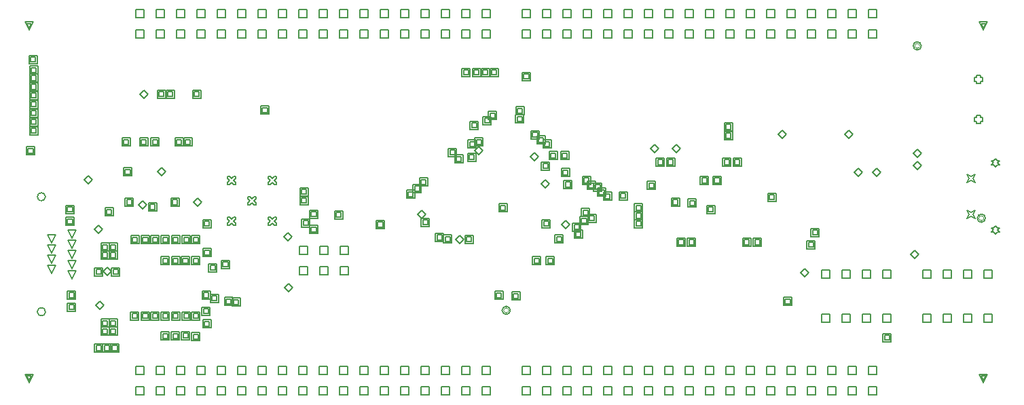
<source format=gbr>
%TF.GenerationSoftware,Altium Limited,Altium Designer,22.1.2 (22)*%
G04 Layer_Color=2752767*
%FSLAX45Y45*%
%MOMM*%
%TF.SameCoordinates,3CA235EB-07BA-4011-868A-CA015CDCDCF0*%
%TF.FilePolarity,Positive*%
%TF.FileFunction,Drawing*%
%TF.Part,Single*%
G01*
G75*
%TA.AperFunction,NonConductor*%
%ADD181C,0.12700*%
%ADD182C,0.16933*%
%ADD183C,0.10160*%
D181*
X6957200Y95200D02*
Y196800D01*
X7058800D01*
Y95200D01*
X6957200D01*
X7211200D02*
Y196800D01*
X7312800D01*
Y95200D01*
X7211200D01*
X7211200Y349200D02*
Y450800D01*
X7312800D01*
Y349200D01*
X7211200D01*
X7465200Y95200D02*
Y196800D01*
X7566800D01*
Y95200D01*
X7465200D01*
X7465200Y349200D02*
Y450800D01*
X7566800D01*
Y349200D01*
X7465200D01*
X12207200Y999200D02*
Y1100800D01*
X12308800D01*
Y999200D01*
X12207200D01*
X11953200D02*
Y1100800D01*
X12054800D01*
Y999200D01*
X11953200D01*
X11699200D02*
Y1100800D01*
X11800800D01*
Y999200D01*
X11699200D01*
X11445200D02*
Y1100800D01*
X11546800D01*
Y999200D01*
X11445200D01*
X835500Y1545200D02*
X784700Y1646800D01*
X886300D01*
X835500Y1545200D01*
X835500Y1672200D02*
X784700Y1773800D01*
X886300D01*
X835500Y1672200D01*
Y1799200D02*
X784700Y1900800D01*
X886300D01*
X835500Y1799200D01*
Y1926200D02*
X784700Y2027800D01*
X886300D01*
X835500Y1926200D01*
Y2053200D02*
X784700Y2154800D01*
X886300D01*
X835500Y2053200D01*
X581500Y1608700D02*
X530700Y1710300D01*
X632300D01*
X581500Y1608700D01*
X581500Y1735700D02*
X530700Y1837300D01*
X632300D01*
X581500Y1735700D01*
Y1862700D02*
X530700Y1964300D01*
X632300D01*
X581500Y1862700D01*
X581500Y1989700D02*
X530700Y2091300D01*
X632300D01*
X581500Y1989700D01*
X12350000Y2104200D02*
X12375400Y2129600D01*
X12400800D01*
X12375400Y2155000D01*
X12400800Y2180400D01*
X12375400D01*
X12350000Y2205800D01*
X12324600Y2180400D01*
X12299200D01*
X12324600Y2155000D01*
X12299200Y2129600D01*
X12324600D01*
X12350000Y2104200D01*
Y2939200D02*
X12375400Y2964600D01*
X12400800D01*
X12375400Y2990000D01*
X12400800Y3015400D01*
X12375400D01*
X12350000Y3040800D01*
X12324600Y3015400D01*
X12299200D01*
X12324600Y2990000D01*
X12299200Y2964600D01*
X12324600D01*
X12350000Y2939200D01*
X11999200Y2744200D02*
X12024600Y2795000D01*
X11999200Y2845800D01*
X12050000Y2820400D01*
X12100800Y2845800D01*
X12075400Y2795000D01*
X12100800Y2744200D01*
X12050000Y2769600D01*
X11999200Y2744200D01*
X11999200Y2299200D02*
X12024600Y2350000D01*
X11999200Y2400800D01*
X12050000Y2375400D01*
X12100800Y2400800D01*
X12075400Y2350000D01*
X12100800Y2299200D01*
X12050000Y2324600D01*
X11999200Y2299200D01*
X12207200Y1549200D02*
Y1650800D01*
X12308800D01*
Y1549200D01*
X12207200D01*
X11953200D02*
Y1650800D01*
X12054800D01*
Y1549200D01*
X11953200D01*
X11699200D02*
Y1650800D01*
X11800800D01*
Y1549200D01*
X11699200D01*
X11445200D02*
Y1650800D01*
X11546800D01*
Y1549200D01*
X11445200D01*
X12114600Y4004600D02*
Y3979200D01*
X12165400D01*
Y4004600D01*
X12190800D01*
Y4055400D01*
X12165400D01*
Y4080800D01*
X12114600D01*
Y4055400D01*
X12089200D01*
Y4004600D01*
X12114600D01*
Y3504600D02*
Y3479200D01*
X12165400D01*
Y3504600D01*
X12190800D01*
Y3555400D01*
X12165400D01*
Y3580800D01*
X12114600D01*
Y3555400D01*
X12089200D01*
Y3504600D01*
X12114600D01*
X3029200Y2469200D02*
X3054600D01*
X3080000Y2494600D01*
X3105400Y2469200D01*
X3130800D01*
Y2494600D01*
X3105400Y2520000D01*
X3130800Y2545400D01*
Y2570800D01*
X3105400D01*
X3080000Y2545400D01*
X3054600Y2570800D01*
X3029200D01*
Y2545400D01*
X3054600Y2520000D01*
X3029200Y2494600D01*
Y2469200D01*
X3283192Y2215192D02*
X3308592D01*
X3333992Y2240592D01*
X3359392Y2215192D01*
X3384792D01*
Y2240592D01*
X3359392Y2265992D01*
X3384792Y2291392D01*
Y2316792D01*
X3359392D01*
X3333992Y2291392D01*
X3308592Y2316792D01*
X3283192D01*
Y2291392D01*
X3308592Y2265992D01*
X3283192Y2240592D01*
Y2215192D01*
Y2723192D02*
X3308592D01*
X3333992Y2748592D01*
X3359392Y2723192D01*
X3384792D01*
Y2748592D01*
X3359392Y2773992D01*
X3384792Y2799392D01*
Y2824792D01*
X3359392D01*
X3333992Y2799392D01*
X3308592Y2824792D01*
X3283192D01*
Y2799392D01*
X3308592Y2773992D01*
X3283192Y2748592D01*
Y2723192D01*
X2775192D02*
X2800592D01*
X2825992Y2748592D01*
X2851392Y2723192D01*
X2876792D01*
Y2748592D01*
X2851392Y2773992D01*
X2876792Y2799392D01*
Y2824792D01*
X2851392D01*
X2825992Y2799392D01*
X2800592Y2824792D01*
X2775192D01*
Y2799392D01*
X2800592Y2773992D01*
X2775192Y2748592D01*
Y2723192D01*
Y2215192D02*
X2800592D01*
X2825992Y2240592D01*
X2851392Y2215192D01*
X2876792D01*
Y2240592D01*
X2851392Y2265992D01*
X2876792Y2291392D01*
Y2316792D01*
X2851392D01*
X2825992Y2291392D01*
X2800592Y2316792D01*
X2775192D01*
Y2291392D01*
X2800592Y2265992D01*
X2775192Y2240592D01*
Y2215192D01*
X5441200Y95200D02*
Y196800D01*
X5542800D01*
Y95200D01*
X5441200D01*
X6449200D02*
Y196800D01*
X6550800D01*
Y95200D01*
X6449200D01*
Y349200D02*
Y450800D01*
X6550800D01*
Y349200D01*
X6449200D01*
X6703200Y95200D02*
Y196800D01*
X6804800D01*
Y95200D01*
X6703200D01*
Y349200D02*
Y450800D01*
X6804800D01*
Y349200D01*
X6703200D01*
X6957200D02*
Y450800D01*
X7058800D01*
Y349200D01*
X6957200D01*
X7719200Y95200D02*
Y196800D01*
X7820800D01*
Y95200D01*
X7719200D01*
Y349200D02*
Y450800D01*
X7820800D01*
Y349200D01*
X7719200D01*
X7973200Y95200D02*
Y196800D01*
X8074800D01*
Y95200D01*
X7973200D01*
X7973200Y349200D02*
Y450800D01*
X8074800D01*
Y349200D01*
X7973200D01*
X8227200Y95200D02*
Y196800D01*
X8328800D01*
Y95200D01*
X8227200D01*
Y349200D02*
Y450800D01*
X8328800D01*
Y349200D01*
X8227200D01*
X8481200Y95200D02*
Y196800D01*
X8582800D01*
Y95200D01*
X8481200D01*
Y349200D02*
Y450800D01*
X8582800D01*
Y349200D01*
X8481200D01*
X8735200Y95200D02*
Y196800D01*
X8836800D01*
Y95200D01*
X8735200D01*
Y349200D02*
Y450800D01*
X8836800D01*
Y349200D01*
X8735200D01*
X8989200Y95200D02*
Y196800D01*
X9090800D01*
Y95200D01*
X8989200D01*
Y349200D02*
Y450800D01*
X9090800D01*
Y349200D01*
X8989200D01*
X9243200Y95200D02*
Y196800D01*
X9344800D01*
Y95200D01*
X9243200D01*
X9243200Y349200D02*
Y450800D01*
X9344800D01*
Y349200D01*
X9243200D01*
X9497200Y95200D02*
Y196800D01*
X9598800D01*
Y95200D01*
X9497200D01*
X9497200Y349200D02*
Y450800D01*
X9598800D01*
Y349200D01*
X9497200D01*
X9751200Y95200D02*
Y196800D01*
X9852800D01*
Y95200D01*
X9751200D01*
Y349200D02*
Y450800D01*
X9852800D01*
Y349200D01*
X9751200D01*
X10005200Y95200D02*
Y196800D01*
X10106800D01*
Y95200D01*
X10005200D01*
Y349200D02*
Y450800D01*
X10106800D01*
Y349200D01*
X10005200D01*
X10259200Y95200D02*
Y196800D01*
X10360800D01*
Y95200D01*
X10259200D01*
X10259200Y349200D02*
Y450800D01*
X10360800D01*
Y349200D01*
X10259200D01*
X10513200Y95200D02*
Y196800D01*
X10614800D01*
Y95200D01*
X10513200D01*
Y349200D02*
Y450800D01*
X10614800D01*
Y349200D01*
X10513200D01*
X10767200Y95200D02*
Y196800D01*
X10868800D01*
Y95200D01*
X10767200D01*
Y349200D02*
Y450800D01*
X10868800D01*
Y349200D01*
X10767200D01*
X1631200Y95200D02*
Y196800D01*
X1732800D01*
Y95200D01*
X1631200D01*
Y349200D02*
Y450800D01*
X1732800D01*
Y349200D01*
X1631200D01*
X1885200Y95200D02*
Y196800D01*
X1986800D01*
Y95200D01*
X1885200D01*
Y349200D02*
Y450800D01*
X1986800D01*
Y349200D01*
X1885200D01*
X2139201Y95200D02*
Y196800D01*
X2240801D01*
Y95200D01*
X2139201D01*
X2139200Y349200D02*
Y450800D01*
X2240800D01*
Y349200D01*
X2139200D01*
X2393200Y95200D02*
Y196800D01*
X2494800D01*
Y95200D01*
X2393200D01*
X2393200Y349200D02*
Y450800D01*
X2494800D01*
Y349200D01*
X2393200D01*
X2647200Y95200D02*
Y196800D01*
X2748800D01*
Y95200D01*
X2647200D01*
X2647200Y349200D02*
Y450800D01*
X2748800D01*
Y349200D01*
X2647200D01*
X2901200Y95200D02*
Y196800D01*
X3002800D01*
Y95200D01*
X2901200D01*
Y349200D02*
Y450800D01*
X3002800D01*
Y349200D01*
X2901200D01*
X3155200Y95200D02*
Y196800D01*
X3256800D01*
Y95200D01*
X3155200D01*
X3155200Y349200D02*
Y450800D01*
X3256800D01*
Y349200D01*
X3155200D01*
X3409200Y95200D02*
Y196800D01*
X3510800D01*
Y95200D01*
X3409200D01*
X3409200Y349200D02*
Y450800D01*
X3510800D01*
Y349200D01*
X3409200D01*
X3663200Y95200D02*
Y196800D01*
X3764800D01*
Y95200D01*
X3663200D01*
Y349200D02*
Y450800D01*
X3764800D01*
Y349200D01*
X3663200D01*
X3917200Y95200D02*
Y196800D01*
X4018800D01*
Y95200D01*
X3917200D01*
Y349200D02*
Y450800D01*
X4018800D01*
Y349200D01*
X3917200D01*
X4171200Y95200D02*
Y196800D01*
X4272800D01*
Y95200D01*
X4171200D01*
Y349200D02*
Y450800D01*
X4272800D01*
Y349200D01*
X4171200D01*
X4425201Y95200D02*
Y196800D01*
X4526801D01*
Y95200D01*
X4425201D01*
X4425200Y349200D02*
Y450800D01*
X4526800D01*
Y349200D01*
X4425200D01*
X4679200Y95200D02*
Y196800D01*
X4780800D01*
Y95200D01*
X4679200D01*
X4679200Y349200D02*
Y450800D01*
X4780800D01*
Y349200D01*
X4679200D01*
X4933200Y95200D02*
Y196800D01*
X5034800D01*
Y95200D01*
X4933200D01*
Y349200D02*
Y450800D01*
X5034800D01*
Y349200D01*
X4933200D01*
X5187200Y95200D02*
Y196800D01*
X5288800D01*
Y95200D01*
X5187200D01*
Y349200D02*
Y450800D01*
X5288800D01*
Y349200D01*
X5187200D01*
X5441200D02*
Y450800D01*
X5542800D01*
Y349200D01*
X5441200D01*
X5695200Y95200D02*
Y196800D01*
X5796800D01*
Y95200D01*
X5695200D01*
X5695200Y349200D02*
Y450800D01*
X5796800D01*
Y349200D01*
X5695200D01*
X5949200Y95200D02*
Y196800D01*
X6050800D01*
Y95200D01*
X5949200D01*
X5949200Y349200D02*
Y450800D01*
X6050800D01*
Y349200D01*
X5949200D01*
X4178200Y1849200D02*
Y1950800D01*
X4279800D01*
Y1849200D01*
X4178200D01*
Y1595200D02*
Y1696800D01*
X4279800D01*
Y1595200D01*
X4178200D01*
X3924200Y1849200D02*
Y1950800D01*
X4025800D01*
Y1849200D01*
X3924200D01*
Y1595200D02*
Y1696800D01*
X4025800D01*
Y1595200D01*
X3924200D01*
X3670200Y1849200D02*
Y1950800D01*
X3771800D01*
Y1849200D01*
X3670200D01*
Y1595200D02*
Y1696800D01*
X3771800D01*
Y1595200D01*
X3670200D01*
X10949200Y1549200D02*
Y1650800D01*
X11050800D01*
Y1549200D01*
X10949200D01*
X10695200D02*
Y1650800D01*
X10796800D01*
Y1549200D01*
X10695200D01*
X10441200D02*
Y1650800D01*
X10542800D01*
Y1549200D01*
X10441200D01*
X10187200D02*
Y1650800D01*
X10288800D01*
Y1549200D01*
X10187200D01*
X10949200Y999200D02*
Y1100800D01*
X11050800D01*
Y999200D01*
X10949200D01*
X10695200D02*
Y1100800D01*
X10796800D01*
Y999200D01*
X10695200D01*
X10441200D02*
Y1100800D01*
X10542800D01*
Y999200D01*
X10441200D01*
X10187200D02*
Y1100800D01*
X10288800D01*
Y999200D01*
X10187200D01*
X6449200Y4545200D02*
Y4646800D01*
X6550800D01*
Y4545200D01*
X6449200D01*
X6449200Y4799200D02*
Y4900800D01*
X6550800D01*
Y4799200D01*
X6449200D01*
X6703200Y4545200D02*
Y4646800D01*
X6804800D01*
Y4545200D01*
X6703200D01*
Y4799200D02*
Y4900800D01*
X6804800D01*
Y4799200D01*
X6703200D01*
X6957200Y4545200D02*
Y4646800D01*
X7058800D01*
Y4545200D01*
X6957200D01*
X6957200Y4799200D02*
Y4900800D01*
X7058800D01*
Y4799200D01*
X6957200D01*
X7211200Y4545200D02*
Y4646800D01*
X7312800D01*
Y4545200D01*
X7211200D01*
Y4799200D02*
Y4900800D01*
X7312800D01*
Y4799200D01*
X7211200D01*
X7465200Y4545200D02*
Y4646800D01*
X7566800D01*
Y4545200D01*
X7465200D01*
Y4799200D02*
Y4900800D01*
X7566800D01*
Y4799200D01*
X7465200D01*
X7719200Y4545200D02*
Y4646800D01*
X7820800D01*
Y4545200D01*
X7719200D01*
X7719200Y4799200D02*
Y4900800D01*
X7820800D01*
Y4799200D01*
X7719200D01*
X7973200Y4545200D02*
Y4646800D01*
X8074800D01*
Y4545200D01*
X7973200D01*
X7973200Y4799200D02*
Y4900800D01*
X8074800D01*
Y4799200D01*
X7973200D01*
X8227200Y4545200D02*
Y4646800D01*
X8328800D01*
Y4545200D01*
X8227200D01*
Y4799200D02*
Y4900800D01*
X8328800D01*
Y4799200D01*
X8227200D01*
X8481200Y4545200D02*
Y4646800D01*
X8582800D01*
Y4545200D01*
X8481200D01*
Y4799200D02*
Y4900800D01*
X8582800D01*
Y4799200D01*
X8481200D01*
X8735200Y4545200D02*
Y4646800D01*
X8836800D01*
Y4545200D01*
X8735200D01*
X8735200Y4799200D02*
Y4900800D01*
X8836800D01*
Y4799200D01*
X8735200D01*
X8989200Y4545200D02*
Y4646800D01*
X9090800D01*
Y4545200D01*
X8989200D01*
Y4799200D02*
Y4900800D01*
X9090800D01*
Y4799200D01*
X8989200D01*
X9243200Y4545200D02*
Y4646800D01*
X9344800D01*
Y4545200D01*
X9243200D01*
X9243200Y4799200D02*
Y4900800D01*
X9344800D01*
Y4799200D01*
X9243200D01*
X9497200Y4545200D02*
Y4646800D01*
X9598800D01*
Y4545200D01*
X9497200D01*
Y4799200D02*
Y4900800D01*
X9598800D01*
Y4799200D01*
X9497200D01*
X9751200Y4545200D02*
Y4646800D01*
X9852800D01*
Y4545200D01*
X9751200D01*
X9751200Y4799200D02*
Y4900800D01*
X9852800D01*
Y4799200D01*
X9751200D01*
X10005200Y4545200D02*
Y4646800D01*
X10106800D01*
Y4545200D01*
X10005200D01*
X10005200Y4799200D02*
Y4900800D01*
X10106800D01*
Y4799200D01*
X10005200D01*
X10259200Y4545200D02*
Y4646800D01*
X10360800D01*
Y4545200D01*
X10259200D01*
Y4799200D02*
Y4900800D01*
X10360800D01*
Y4799200D01*
X10259200D01*
X10513200Y4545200D02*
Y4646800D01*
X10614800D01*
Y4545200D01*
X10513200D01*
Y4799200D02*
Y4900800D01*
X10614800D01*
Y4799200D01*
X10513200D01*
X10767200Y4545200D02*
Y4646800D01*
X10868800D01*
Y4545200D01*
X10767200D01*
Y4799200D02*
Y4900800D01*
X10868800D01*
Y4799200D01*
X10767200D01*
X1631200Y4545200D02*
Y4646800D01*
X1732800D01*
Y4545200D01*
X1631200D01*
Y4799200D02*
Y4900800D01*
X1732800D01*
Y4799200D01*
X1631200D01*
X1885200Y4545200D02*
Y4646800D01*
X1986800D01*
Y4545200D01*
X1885200D01*
X1885200Y4799200D02*
Y4900800D01*
X1986800D01*
Y4799200D01*
X1885200D01*
X2139200Y4545200D02*
Y4646800D01*
X2240800D01*
Y4545200D01*
X2139200D01*
Y4799200D02*
Y4900800D01*
X2240800D01*
Y4799200D01*
X2139200D01*
X2393200Y4545200D02*
Y4646800D01*
X2494800D01*
Y4545200D01*
X2393200D01*
Y4799200D02*
Y4900800D01*
X2494800D01*
Y4799200D01*
X2393200D01*
X2647200Y4545200D02*
Y4646800D01*
X2748800D01*
Y4545200D01*
X2647200D01*
Y4799200D02*
Y4900800D01*
X2748800D01*
Y4799200D01*
X2647200D01*
X2901200Y4545200D02*
Y4646800D01*
X3002800D01*
Y4545200D01*
X2901200D01*
X2901200Y4799200D02*
Y4900800D01*
X3002800D01*
Y4799200D01*
X2901200D01*
X3155200Y4545200D02*
Y4646800D01*
X3256800D01*
Y4545200D01*
X3155200D01*
X3155200Y4799200D02*
Y4900800D01*
X3256800D01*
Y4799200D01*
X3155200D01*
X3409200Y4545200D02*
Y4646800D01*
X3510800D01*
Y4545200D01*
X3409200D01*
Y4799200D02*
Y4900800D01*
X3510800D01*
Y4799200D01*
X3409200D01*
X3663200Y4545200D02*
Y4646800D01*
X3764800D01*
Y4545200D01*
X3663200D01*
Y4799200D02*
Y4900800D01*
X3764800D01*
Y4799200D01*
X3663200D01*
X3917200Y4545200D02*
Y4646800D01*
X4018800D01*
Y4545200D01*
X3917200D01*
Y4799200D02*
Y4900800D01*
X4018800D01*
Y4799200D01*
X3917200D01*
X4171200Y4545200D02*
Y4646800D01*
X4272800D01*
Y4545200D01*
X4171200D01*
X4171200Y4799200D02*
Y4900800D01*
X4272800D01*
Y4799200D01*
X4171200D01*
X4425200Y4545200D02*
Y4646800D01*
X4526800D01*
Y4545200D01*
X4425200D01*
Y4799200D02*
Y4900800D01*
X4526800D01*
Y4799200D01*
X4425200D01*
X4679200Y4545200D02*
Y4646800D01*
X4780800D01*
Y4545200D01*
X4679200D01*
Y4799200D02*
Y4900800D01*
X4780800D01*
Y4799200D01*
X4679200D01*
X4933200Y4545200D02*
Y4646800D01*
X5034800D01*
Y4545200D01*
X4933200D01*
Y4799200D02*
Y4900800D01*
X5034800D01*
Y4799200D01*
X4933200D01*
X5187200Y4545200D02*
Y4646800D01*
X5288800D01*
Y4545200D01*
X5187200D01*
Y4799200D02*
Y4900800D01*
X5288800D01*
Y4799200D01*
X5187200D01*
X5441200Y4545200D02*
Y4646800D01*
X5542800D01*
Y4545200D01*
X5441200D01*
X5441200Y4799200D02*
Y4900800D01*
X5542800D01*
Y4799200D01*
X5441200D01*
X5695200Y4545200D02*
Y4646800D01*
X5796800D01*
Y4545200D01*
X5695200D01*
Y4799200D02*
Y4900800D01*
X5796800D01*
Y4799200D01*
X5695200D01*
X5949200Y4545200D02*
Y4646800D01*
X6050800D01*
Y4545200D01*
X5949200D01*
Y4799200D02*
Y4900800D01*
X6050800D01*
Y4799200D01*
X5949200D01*
X1129200Y1210000D02*
X1180000Y1260800D01*
X1230800Y1210000D01*
X1180000Y1159200D01*
X1129200Y1210000D01*
X8829200Y2719200D02*
Y2820800D01*
X8930800D01*
Y2719200D01*
X8829200D01*
X8849520Y2739520D02*
Y2800480D01*
X8910480D01*
Y2739520D01*
X8849520D01*
X8519200Y2439200D02*
Y2540800D01*
X8620800D01*
Y2439200D01*
X8519200D01*
X8539520Y2459520D02*
Y2520480D01*
X8600480D01*
Y2459520D01*
X8539520D01*
X8669200Y2719200D02*
Y2820800D01*
X8770800D01*
Y2719200D01*
X8669200D01*
X8689520Y2739520D02*
Y2800480D01*
X8750480D01*
Y2739520D01*
X8689520D01*
X8749200Y2359200D02*
Y2460800D01*
X8850800D01*
Y2359200D01*
X8749200D01*
X8769520Y2379520D02*
Y2440480D01*
X8830480D01*
Y2379520D01*
X8769520D01*
X8009200Y2659200D02*
Y2760800D01*
X8110800D01*
Y2659200D01*
X8009200D01*
X8029520Y2679520D02*
Y2740480D01*
X8090480D01*
Y2679520D01*
X8029520D01*
X8309200Y2449200D02*
Y2550800D01*
X8410800D01*
Y2449200D01*
X8309200D01*
X8329520Y2469520D02*
Y2530480D01*
X8390480D01*
Y2469520D01*
X8329520D01*
X7849200Y2379200D02*
Y2480800D01*
X7950800D01*
Y2379200D01*
X7849200D01*
X7869520Y2399520D02*
Y2460480D01*
X7930480D01*
Y2399520D01*
X7869520D01*
X7849200Y2179200D02*
Y2280800D01*
X7950800D01*
Y2179200D01*
X7849200D01*
X7869520Y2199520D02*
Y2260480D01*
X7930480D01*
Y2199520D01*
X7869520D01*
X6969200Y2669200D02*
Y2770800D01*
X7070800D01*
Y2669200D01*
X6969200D01*
X6989520Y2689520D02*
Y2750480D01*
X7050480D01*
Y2689520D01*
X6989520D01*
X7079200Y2139200D02*
Y2240800D01*
X7180800D01*
Y2139200D01*
X7079200D01*
X7099520Y2159520D02*
Y2220480D01*
X7160480D01*
Y2159520D01*
X7099520D01*
X7269200Y2249200D02*
Y2350800D01*
X7370800D01*
Y2249200D01*
X7269200D01*
X7289520Y2269520D02*
Y2330480D01*
X7350480D01*
Y2269520D01*
X7289520D01*
X7189200Y2319200D02*
Y2420800D01*
X7290800D01*
Y2319200D01*
X7189200D01*
X7209520Y2339520D02*
Y2400480D01*
X7270480D01*
Y2339520D01*
X7209520D01*
X7849200Y2279200D02*
Y2380800D01*
X7950800D01*
Y2279200D01*
X7849200D01*
X7869520Y2299520D02*
Y2360480D01*
X7930480D01*
Y2299520D01*
X7869520D01*
X6579200Y1719200D02*
Y1820800D01*
X6680800D01*
Y1719200D01*
X6579200D01*
X6599520Y1739520D02*
Y1800480D01*
X6660480D01*
Y1739520D01*
X6599520D01*
X6749200Y1719200D02*
Y1820800D01*
X6850800D01*
Y1719200D01*
X6749200D01*
X6769520Y1739520D02*
Y1800480D01*
X6830480D01*
Y1739520D01*
X6769520D01*
X1225768Y1636568D02*
X1276568Y1687368D01*
X1327368Y1636568D01*
X1276568Y1585768D01*
X1225768Y1636568D01*
X1329200Y1579200D02*
Y1680800D01*
X1430800D01*
Y1579200D01*
X1329200D01*
X1349520Y1599520D02*
Y1660480D01*
X1410480D01*
Y1599520D01*
X1349520D01*
X3489200Y1430000D02*
X3540000Y1480800D01*
X3590800Y1430000D01*
X3540000Y1379200D01*
X3489200Y1430000D01*
X6109209Y1286700D02*
Y1388300D01*
X6210809D01*
Y1286700D01*
X6109209D01*
X6129529Y1307020D02*
Y1367980D01*
X6190489D01*
Y1307020D01*
X6129529D01*
X6319200Y1279200D02*
Y1380800D01*
X6420800D01*
Y1279200D01*
X6319200D01*
X6339520Y1299520D02*
Y1360480D01*
X6400480D01*
Y1299520D01*
X6339520D01*
X9919200Y1620000D02*
X9970000Y1670800D01*
X10020800Y1620000D01*
X9970000Y1569200D01*
X9919200Y1620000D01*
X9999200Y1919200D02*
Y2020800D01*
X10100800D01*
Y1919200D01*
X9999200D01*
X10019520Y1939520D02*
Y2000480D01*
X10080480D01*
Y1939520D01*
X10019520D01*
X989200Y2780000D02*
X1040000Y2830800D01*
X1090800Y2780000D01*
X1040000Y2729200D01*
X989200Y2780000D01*
X3679200Y2469200D02*
Y2570800D01*
X3780800D01*
Y2469200D01*
X3679200D01*
X3699520Y2489520D02*
Y2550480D01*
X3760480D01*
Y2489520D01*
X3699520D01*
X3479200Y2070000D02*
X3530000Y2120800D01*
X3580800Y2070000D01*
X3530000Y2019200D01*
X3479200Y2070000D01*
X2469200Y2179200D02*
Y2280800D01*
X2570800D01*
Y2179200D01*
X2469200D01*
X2489520Y2199520D02*
Y2260480D01*
X2550480D01*
Y2199520D01*
X2489520D01*
X8049200Y3170000D02*
X8100000Y3220800D01*
X8150800Y3170000D01*
X8100000Y3119200D01*
X8049200Y3170000D01*
X8319200D02*
X8370000Y3220800D01*
X8420800Y3170000D01*
X8370000Y3119200D01*
X8319200Y3170000D01*
X6939200Y2819200D02*
Y2920800D01*
X7040800D01*
Y2819200D01*
X6939200D01*
X6959520Y2839520D02*
Y2900480D01*
X7020480D01*
Y2839520D01*
X6959520D01*
X9639200Y3350000D02*
X9690000Y3400800D01*
X9740800Y3350000D01*
X9690000Y3299200D01*
X9639200Y3350000D01*
X10469200D02*
X10520000Y3400800D01*
X10570800Y3350000D01*
X10520000Y3299200D01*
X10469200Y3350000D01*
X9510465Y2510465D02*
Y2612065D01*
X9612065D01*
Y2510465D01*
X9510465D01*
X9530785Y2530785D02*
Y2591745D01*
X9591745D01*
Y2530785D01*
X9530785D01*
X10049200Y2069200D02*
Y2170800D01*
X10150800D01*
Y2069200D01*
X10049200D01*
X10069520Y2089520D02*
Y2150480D01*
X10130480D01*
Y2089520D01*
X10069520D01*
X6559200Y3289200D02*
Y3390800D01*
X6660800D01*
Y3289200D01*
X6559200D01*
X6579520Y3309520D02*
Y3370480D01*
X6640480D01*
Y3309520D01*
X6579520D01*
X6549200Y3070000D02*
X6600000Y3120800D01*
X6650800Y3070000D01*
X6600000Y3019200D01*
X6549200Y3070000D01*
X6709200Y3174200D02*
Y3275800D01*
X6810800D01*
Y3174200D01*
X6709200D01*
X6729520Y3194520D02*
Y3255480D01*
X6790480D01*
Y3194520D01*
X6729520D01*
X6787178Y3029200D02*
Y3130800D01*
X6888778D01*
Y3029200D01*
X6787178D01*
X6807498Y3049520D02*
Y3110480D01*
X6868458D01*
Y3049520D01*
X6807498D01*
X6634240Y3224160D02*
Y3325760D01*
X6735840D01*
Y3224160D01*
X6634240D01*
X6654560Y3244480D02*
Y3305440D01*
X6715520D01*
Y3244480D01*
X6654560D01*
X6689200Y2899200D02*
Y3000800D01*
X6790800D01*
Y2899200D01*
X6689200D01*
X6709520Y2919520D02*
Y2980480D01*
X6770480D01*
Y2919520D01*
X6709520D01*
X6929200Y3029200D02*
Y3130800D01*
X7030800D01*
Y3029200D01*
X6929200D01*
X6949520Y3049520D02*
Y3110480D01*
X7010480D01*
Y3049520D01*
X6949520D01*
X5769200Y3011700D02*
Y3113300D01*
X5870800D01*
Y3011700D01*
X5769200D01*
X5789520Y3032020D02*
Y3092980D01*
X5850480D01*
Y3032020D01*
X5789520D01*
X11289200Y1850000D02*
X11340000Y1900800D01*
X11390800Y1850000D01*
X11340000Y1799200D01*
X11289200Y1850000D01*
X2699200Y1671700D02*
Y1773300D01*
X2800800D01*
Y1671700D01*
X2699200D01*
X2719520Y1692020D02*
Y1752980D01*
X2780480D01*
Y1692020D01*
X2719520D01*
X2539200Y1629200D02*
Y1730800D01*
X2640800D01*
Y1629200D01*
X2539200D01*
X2559520Y1649520D02*
Y1710480D01*
X2620480D01*
Y1649520D01*
X2559520D01*
X2329200Y1719200D02*
Y1820800D01*
X2430800D01*
Y1719200D01*
X2329200D01*
X2349520Y1739520D02*
Y1800480D01*
X2410480D01*
Y1739520D01*
X2349520D01*
X1949200Y1719200D02*
Y1820800D01*
X2050800D01*
Y1719200D01*
X1949200D01*
X1969520Y1739520D02*
Y1800480D01*
X2030480D01*
Y1739520D01*
X1969520D01*
X2199200Y1719200D02*
Y1820800D01*
X2300800D01*
Y1719200D01*
X2199200D01*
X2219520Y1739520D02*
Y1800480D01*
X2280480D01*
Y1739520D01*
X2219520D01*
X2079200Y1719200D02*
Y1820800D01*
X2180800D01*
Y1719200D01*
X2079200D01*
X2099520Y1739520D02*
Y1800480D01*
X2160480D01*
Y1739520D01*
X2099520D01*
X2208994Y1979198D02*
Y2080798D01*
X2310594D01*
Y1979198D01*
X2208994D01*
X2229314Y1999518D02*
Y2060478D01*
X2290274D01*
Y1999518D01*
X2229314D01*
X1819200Y1979200D02*
Y2080800D01*
X1920800D01*
Y1979200D01*
X1819200D01*
X1839520Y1999520D02*
Y2060480D01*
X1900480D01*
Y1999520D01*
X1839520D01*
X2470116Y1820606D02*
Y1922206D01*
X2571716D01*
Y1820606D01*
X2470116D01*
X2490436Y1840926D02*
Y1901886D01*
X2551396D01*
Y1840926D01*
X2490436D01*
X2832935Y1202935D02*
Y1304535D01*
X2934535D01*
Y1202935D01*
X2832935D01*
X2853255Y1223255D02*
Y1284215D01*
X2914215D01*
Y1223255D01*
X2853255D01*
X2559200Y1249200D02*
Y1350800D01*
X2660800D01*
Y1249200D01*
X2559200D01*
X2579520Y1269520D02*
Y1330480D01*
X2640480D01*
Y1269520D01*
X2579520D01*
X2459200Y1289200D02*
Y1390800D01*
X2560800D01*
Y1289200D01*
X2459200D01*
X2479520Y1309520D02*
Y1370480D01*
X2540480D01*
Y1309520D01*
X2479520D01*
X2739200Y1209200D02*
Y1310800D01*
X2840800D01*
Y1209200D01*
X2739200D01*
X2759520Y1229520D02*
Y1290480D01*
X2820480D01*
Y1229520D01*
X2759520D01*
X2456685Y1089215D02*
Y1190815D01*
X2558285D01*
Y1089215D01*
X2456685D01*
X2477005Y1109535D02*
Y1170495D01*
X2537965D01*
Y1109535D01*
X2477005D01*
X2469169Y931700D02*
Y1033300D01*
X2570769D01*
Y931700D01*
X2469169D01*
X2489489Y952020D02*
Y1012980D01*
X2550449D01*
Y952020D01*
X2489489D01*
X5859200Y3199200D02*
Y3300800D01*
X5960800D01*
Y3199200D01*
X5859200D01*
X5879520Y3219520D02*
Y3280480D01*
X5940480D01*
Y3219520D01*
X5879520D01*
X2009199Y3799200D02*
Y3900800D01*
X2110799D01*
Y3799200D01*
X2009199D01*
X2029519Y3819520D02*
Y3880480D01*
X2090479D01*
Y3819520D01*
X2029519D01*
X5774136Y3174136D02*
Y3275736D01*
X5875736D01*
Y3174136D01*
X5774136D01*
X5794456Y3194456D02*
Y3255416D01*
X5855416D01*
Y3194456D01*
X5794456D01*
X2329200Y771699D02*
Y873299D01*
X2430800D01*
Y771699D01*
X2329200D01*
X2349520Y792019D02*
Y852979D01*
X2410480D01*
Y792019D01*
X2349520D01*
X2203200Y783200D02*
Y884800D01*
X2304800D01*
Y783200D01*
X2203200D01*
X2223520Y803520D02*
Y864480D01*
X2284480D01*
Y803520D01*
X2223520D01*
X2076200Y779200D02*
Y880800D01*
X2177800D01*
Y779200D01*
X2076200D01*
X2096520Y799520D02*
Y860480D01*
X2157480D01*
Y799520D01*
X2096520D01*
X1949200Y779200D02*
Y880800D01*
X2050800D01*
Y779200D01*
X1949200D01*
X1969520Y799520D02*
Y860480D01*
X2030480D01*
Y799520D01*
X1969520D01*
X1949200Y1029200D02*
Y1130800D01*
X2050800D01*
Y1029200D01*
X1949200D01*
X1969520Y1049520D02*
Y1110480D01*
X2030480D01*
Y1049520D01*
X1969520D01*
X1899200Y2880000D02*
X1950000Y2930800D01*
X2000800Y2880000D01*
X1950000Y2829200D01*
X1899200Y2880000D01*
X1479200Y2829200D02*
Y2930800D01*
X1580800D01*
Y2829200D01*
X1479200D01*
X1499520Y2849520D02*
Y2910480D01*
X1560480D01*
Y2849520D01*
X1499520D01*
X1669200Y2470000D02*
X1720000Y2520800D01*
X1770800Y2470000D01*
X1720000Y2419200D01*
X1669200Y2470000D01*
X1499200Y2449200D02*
Y2550800D01*
X1600800D01*
Y2449200D01*
X1499200D01*
X1519520Y2469520D02*
Y2530480D01*
X1580480D01*
Y2469520D01*
X1519520D01*
X1119200Y2160000D02*
X1170000Y2210800D01*
X1220800Y2160000D01*
X1170000Y2109200D01*
X1119200Y2160000D01*
X6699200Y2179200D02*
Y2280800D01*
X6800800D01*
Y2179200D01*
X6699200D01*
X6719520Y2199520D02*
Y2260480D01*
X6780480D01*
Y2199520D01*
X6719520D01*
X6689200Y2730000D02*
X6740000Y2780800D01*
X6790800Y2730000D01*
X6740000Y2679200D01*
X6689200Y2730000D01*
X7259200Y2659200D02*
Y2760800D01*
X7360800D01*
Y2659200D01*
X7259200D01*
X7279520Y2679520D02*
Y2740480D01*
X7340480D01*
Y2679520D01*
X7279520D01*
X5169200Y2699200D02*
Y2800800D01*
X5270800D01*
Y2699200D01*
X5169200D01*
X5189520Y2719520D02*
Y2780480D01*
X5250480D01*
Y2719520D01*
X5189520D01*
X5089200Y2619200D02*
Y2720800D01*
X5190800D01*
Y2619200D01*
X5089200D01*
X5109520Y2639520D02*
Y2700480D01*
X5170480D01*
Y2639520D01*
X5109520D01*
X2209096Y1029096D02*
Y1130696D01*
X2310696D01*
Y1029096D01*
X2209096D01*
X2229416Y1049416D02*
Y1110376D01*
X2290376D01*
Y1049416D01*
X2229416D01*
X2329200Y1029200D02*
Y1130800D01*
X2430800D01*
Y1029200D01*
X2329200D01*
X2349520Y1049520D02*
Y1110480D01*
X2410480D01*
Y1049520D01*
X2349520D01*
X2329200Y1979200D02*
Y2080800D01*
X2430800D01*
Y1979200D01*
X2329200D01*
X2349520Y1999520D02*
Y2060480D01*
X2410480D01*
Y1999520D01*
X2349520D01*
X1219200Y629200D02*
Y730800D01*
X1320800D01*
Y629200D01*
X1219200D01*
X1239520Y649520D02*
Y710480D01*
X1300480D01*
Y649520D01*
X1239520D01*
X779200Y1139200D02*
Y1240800D01*
X880800D01*
Y1139200D01*
X779200D01*
X799520Y1159520D02*
Y1220480D01*
X860480D01*
Y1159520D01*
X799520D01*
X779200Y1289200D02*
Y1390800D01*
X880800D01*
Y1289200D01*
X779200D01*
X799520Y1309520D02*
Y1370480D01*
X860480D01*
Y1309520D01*
X799520D01*
X759200Y2209200D02*
Y2310800D01*
X860800D01*
Y2209200D01*
X759200D01*
X779520Y2229520D02*
Y2290480D01*
X840480D01*
Y2229520D01*
X779520D01*
X759200Y2359200D02*
Y2460800D01*
X860800D01*
Y2359200D01*
X759200D01*
X779520Y2379520D02*
Y2440480D01*
X840480D01*
Y2379520D01*
X779520D01*
X1699200Y1029200D02*
Y1130800D01*
X1800800D01*
Y1029200D01*
X1699200D01*
X1719520Y1049520D02*
Y1110480D01*
X1780480D01*
Y1049520D01*
X1719520D01*
X5619200Y2030000D02*
X5670000Y2080800D01*
X5720800Y2030000D01*
X5670000Y1979200D01*
X5619200Y2030000D01*
X5469200Y1989200D02*
Y2090800D01*
X5570800D01*
Y1989200D01*
X5469200D01*
X5489520Y2009520D02*
Y2070480D01*
X5550480D01*
Y2009520D01*
X5489520D01*
X5734304Y1984304D02*
Y2085904D01*
X5835904D01*
Y1984304D01*
X5734304D01*
X5754624Y2004624D02*
Y2065584D01*
X5815584D01*
Y2004624D01*
X5754624D01*
X7169200Y2219200D02*
Y2320800D01*
X7270800D01*
Y2219200D01*
X7169200D01*
X7189520Y2239520D02*
Y2300480D01*
X7250480D01*
Y2239520D01*
X7189520D01*
X2349200Y2500000D02*
X2400000Y2550800D01*
X2450800Y2500000D01*
X2400000Y2449200D01*
X2349200Y2500000D01*
X3699200Y2189200D02*
Y2290800D01*
X3800800D01*
Y2189200D01*
X3699200D01*
X3719520Y2209520D02*
Y2270480D01*
X3780480D01*
Y2209520D01*
X3719520D01*
X1119200Y1579200D02*
Y1680800D01*
X1220800D01*
Y1579200D01*
X1119200D01*
X1139520Y1599520D02*
Y1660480D01*
X1200480D01*
Y1599520D01*
X1139520D01*
X1119200Y629200D02*
Y730800D01*
X1220800D01*
Y629200D01*
X1119200D01*
X1139520Y649520D02*
Y710480D01*
X1200480D01*
Y649520D01*
X1139520D01*
X1319200Y629200D02*
Y730800D01*
X1420800D01*
Y629200D01*
X1319200D01*
X1339520Y649520D02*
Y710480D01*
X1400480D01*
Y649520D01*
X1339520D01*
X2079200Y1979200D02*
Y2080800D01*
X2180800D01*
Y1979200D01*
X2079200D01*
X2099520Y1999520D02*
Y2060480D01*
X2160480D01*
Y1999520D01*
X2099520D01*
X1569200Y1979200D02*
Y2080800D01*
X1670800D01*
Y1979200D01*
X1569200D01*
X1589520Y1999520D02*
Y2060480D01*
X1650480D01*
Y1999520D01*
X1589520D01*
X1699200Y1979200D02*
Y2080800D01*
X1800800D01*
Y1979200D01*
X1699200D01*
X1719520Y1999520D02*
Y2060480D01*
X1780480D01*
Y1999520D01*
X1719520D01*
X1949200Y1979200D02*
Y2080800D01*
X2050800D01*
Y1979200D01*
X1949200D01*
X1969520Y1999520D02*
Y2060480D01*
X2030480D01*
Y1999520D01*
X1969520D01*
X1819200Y1029200D02*
Y1130800D01*
X1920800D01*
Y1029200D01*
X1819200D01*
X1839520Y1049520D02*
Y1110480D01*
X1900480D01*
Y1049520D01*
X1839520D01*
X2079200Y1029200D02*
Y1130800D01*
X2180800D01*
Y1029200D01*
X2079200D01*
X2099520Y1049520D02*
Y1110480D01*
X2160480D01*
Y1049520D01*
X2099520D01*
X7199200Y2719200D02*
Y2820800D01*
X7300800D01*
Y2719200D01*
X7199200D01*
X7219520Y2739520D02*
Y2800480D01*
X7280480D01*
Y2739520D01*
X7219520D01*
X8379200Y1949200D02*
Y2050800D01*
X8480800D01*
Y1949200D01*
X8379200D01*
X8399520Y1969520D02*
Y2030480D01*
X8460480D01*
Y1969520D01*
X8399520D01*
X9709200Y1209200D02*
Y1310800D01*
X9810800D01*
Y1209200D01*
X9709200D01*
X9729520Y1229520D02*
Y1290480D01*
X9790480D01*
Y1229520D01*
X9729520D01*
X10949200Y759200D02*
Y860800D01*
X11050800D01*
Y759200D01*
X10949200D01*
X10969520Y779520D02*
Y840480D01*
X11030480D01*
Y779520D01*
X10969520D01*
X7339200Y2639200D02*
Y2740800D01*
X7440800D01*
Y2639200D01*
X7339200D01*
X7359520Y2659520D02*
Y2720480D01*
X7420480D01*
Y2659520D01*
X7359520D01*
X7099200Y2049200D02*
Y2150800D01*
X7200800D01*
Y2049200D01*
X7099200D01*
X7119520Y2069520D02*
Y2130480D01*
X7180480D01*
Y2069520D01*
X7119520D01*
X7389246Y2574269D02*
Y2675869D01*
X7490846D01*
Y2574269D01*
X7389246D01*
X7409566Y2594589D02*
Y2655549D01*
X7470526D01*
Y2594589D01*
X7409566D01*
X8969200Y3389200D02*
Y3490800D01*
X9070800D01*
Y3389200D01*
X8969200D01*
X8989520Y3409520D02*
Y3470480D01*
X9050480D01*
Y3409520D01*
X8989520D01*
X6449200Y4019200D02*
Y4120800D01*
X6550800D01*
Y4019200D01*
X6449200D01*
X6469520Y4039520D02*
Y4100480D01*
X6530480D01*
Y4039520D01*
X6469520D01*
X7659200Y2529200D02*
Y2630800D01*
X7760800D01*
Y2529200D01*
X7659200D01*
X7679520Y2549520D02*
Y2610480D01*
X7740480D01*
Y2549520D01*
X7679520D01*
X1679200Y3850000D02*
X1730000Y3900800D01*
X1780800Y3850000D01*
X1730000Y3799200D01*
X1679200Y3850000D01*
X1899200Y3799200D02*
Y3900800D01*
X2000800D01*
Y3799200D01*
X1899200D01*
X1919520Y3819520D02*
Y3880480D01*
X1980480D01*
Y3819520D01*
X1919520D01*
X1459200Y3199200D02*
Y3300800D01*
X1560800D01*
Y3199200D01*
X1459200D01*
X1479520Y3219520D02*
Y3280480D01*
X1540480D01*
Y3219520D01*
X1479520D01*
X5959834Y3468750D02*
Y3570350D01*
X6061434D01*
Y3468750D01*
X5959834D01*
X5980154Y3489070D02*
Y3550030D01*
X6041114D01*
Y3489070D01*
X5980154D01*
X5529200Y3069200D02*
Y3170800D01*
X5630800D01*
Y3069200D01*
X5529200D01*
X5549520Y3089520D02*
Y3150480D01*
X5610480D01*
Y3089520D01*
X5549520D01*
X5799200Y3409200D02*
Y3510800D01*
X5900800D01*
Y3409200D01*
X5799200D01*
X5819520Y3429520D02*
Y3490480D01*
X5880480D01*
Y3429520D01*
X5819520D01*
X6369200Y3589200D02*
Y3690800D01*
X6470800D01*
Y3589200D01*
X6369200D01*
X6389520Y3609520D02*
Y3670480D01*
X6450480D01*
Y3609520D01*
X6389520D01*
X6368008Y3487923D02*
Y3589523D01*
X6469608D01*
Y3487923D01*
X6368008D01*
X6388328Y3508243D02*
Y3569203D01*
X6449288D01*
Y3508243D01*
X6388328D01*
X3799200Y2109200D02*
Y2210800D01*
X3900800D01*
Y2109200D01*
X3799200D01*
X3819520Y2129520D02*
Y2190480D01*
X3880480D01*
Y2129520D01*
X3819520D01*
X2119200Y3199200D02*
Y3300800D01*
X2220800D01*
Y3199200D01*
X2119200D01*
X2139520Y3219520D02*
Y3280480D01*
X2200480D01*
Y3219520D01*
X2139520D01*
X1819200Y3199200D02*
Y3300800D01*
X1920800D01*
Y3199200D01*
X1819200D01*
X1839520Y3219520D02*
Y3280480D01*
X1900480D01*
Y3219520D01*
X1839520D01*
X5189200Y2199200D02*
Y2300800D01*
X5290800D01*
Y2199200D01*
X5189200D01*
X5209520Y2219520D02*
Y2280480D01*
X5270480D01*
Y2219520D01*
X5209520D01*
X5149200Y2350000D02*
X5200000Y2400800D01*
X5250800Y2350000D01*
X5200000Y2299200D01*
X5149200Y2350000D01*
X5009200Y2549200D02*
Y2650800D01*
X5110800D01*
Y2549200D01*
X5009200D01*
X5029520Y2569520D02*
Y2630480D01*
X5090480D01*
Y2569520D01*
X5029520D01*
X1789200Y2389200D02*
Y2490800D01*
X1890800D01*
Y2389200D01*
X1789200D01*
X1809520Y2409520D02*
Y2470480D01*
X1870480D01*
Y2409520D01*
X1809520D01*
X3679200Y2579200D02*
Y2680800D01*
X3780800D01*
Y2579200D01*
X3679200D01*
X3699520Y2599520D02*
Y2660480D01*
X3760480D01*
Y2599520D01*
X3699520D01*
X3799200Y2299200D02*
Y2400800D01*
X3900800D01*
Y2299200D01*
X3799200D01*
X3819520Y2319520D02*
Y2380480D01*
X3880480D01*
Y2319520D01*
X3819520D01*
X4109200Y2289200D02*
Y2390800D01*
X4210800D01*
Y2289200D01*
X4109200D01*
X4129520Y2309520D02*
Y2370480D01*
X4190480D01*
Y2309520D01*
X4129520D01*
X309200Y4099200D02*
Y4200800D01*
X410800D01*
Y4099200D01*
X309200D01*
X329520Y4119520D02*
Y4180480D01*
X390480D01*
Y4119520D01*
X329520D01*
X6029200Y3529200D02*
Y3630800D01*
X6130800D01*
Y3529200D01*
X6029200D01*
X6049520Y3549520D02*
Y3610480D01*
X6110480D01*
Y3549520D01*
X6049520D01*
X3189200Y3599200D02*
Y3700800D01*
X3290800D01*
Y3599200D01*
X3189200D01*
X3209520Y3619520D02*
Y3680480D01*
X3270480D01*
Y3619520D01*
X3209520D01*
X309200Y3339200D02*
Y3440800D01*
X410800D01*
Y3339200D01*
X309200D01*
X329520Y3359520D02*
Y3420480D01*
X390480D01*
Y3359520D01*
X329520D01*
X309200Y3449200D02*
Y3550800D01*
X410800D01*
Y3449200D01*
X309200D01*
X329520Y3469520D02*
Y3530480D01*
X390480D01*
Y3469520D01*
X329520D01*
X309200Y3559200D02*
Y3660800D01*
X410800D01*
Y3559200D01*
X309200D01*
X329520Y3579520D02*
Y3640480D01*
X390480D01*
Y3579520D01*
X329520D01*
X309200Y3779200D02*
Y3880800D01*
X410800D01*
Y3779200D01*
X309200D01*
X329520Y3799520D02*
Y3860480D01*
X390480D01*
Y3799520D01*
X329520D01*
X309200Y3999200D02*
Y4100800D01*
X410800D01*
Y3999200D01*
X309200D01*
X329520Y4019520D02*
Y4080480D01*
X390480D01*
Y4019520D01*
X329520D01*
X269200Y3089200D02*
Y3190800D01*
X370800D01*
Y3089200D01*
X269200D01*
X289520Y3109520D02*
Y3170480D01*
X350480D01*
Y3109520D01*
X289520D01*
X299200Y4229200D02*
Y4330800D01*
X400800D01*
Y4229200D01*
X299200D01*
X319520Y4249520D02*
Y4310480D01*
X380480D01*
Y4249520D01*
X319520D01*
X309200Y3669200D02*
Y3770800D01*
X410800D01*
Y3669200D01*
X309200D01*
X329520Y3689520D02*
Y3750480D01*
X390480D01*
Y3689520D01*
X329520D01*
X309200Y3889200D02*
Y3990800D01*
X410800D01*
Y3889200D01*
X309200D01*
X329520Y3909520D02*
Y3970480D01*
X390480D01*
Y3909520D01*
X329520D01*
X7461700Y2521700D02*
Y2623300D01*
X7563300D01*
Y2521700D01*
X7461700D01*
X7482020Y2542020D02*
Y2602980D01*
X7542980D01*
Y2542020D01*
X7482020D01*
X8509200Y1949200D02*
Y2050800D01*
X8610800D01*
Y1949200D01*
X8509200D01*
X8529520Y1969520D02*
Y2030480D01*
X8590480D01*
Y1969520D01*
X8529520D01*
X8119200Y2949200D02*
Y3050800D01*
X8220800D01*
Y2949200D01*
X8119200D01*
X8139520Y2969520D02*
Y3030480D01*
X8200480D01*
Y2969520D01*
X8139520D01*
X8249200Y2949200D02*
Y3050800D01*
X8350800D01*
Y2949200D01*
X8249200D01*
X8269520Y2969520D02*
Y3030480D01*
X8330480D01*
Y2969520D01*
X8269520D01*
X8949200Y2949200D02*
Y3050800D01*
X9050800D01*
Y2949200D01*
X8949200D01*
X8969520Y2969520D02*
Y3030480D01*
X9030480D01*
Y2969520D01*
X8969520D01*
X9079200Y2949200D02*
Y3050800D01*
X9180800D01*
Y2949200D01*
X9079200D01*
X9099520Y2969520D02*
Y3030480D01*
X9160480D01*
Y2969520D01*
X9099520D01*
X9199200Y1949200D02*
Y2050800D01*
X9300800D01*
Y1949200D01*
X9199200D01*
X9219520Y1969520D02*
Y2030480D01*
X9280480D01*
Y1969520D01*
X9219520D01*
X9329200Y1949200D02*
Y2050800D01*
X9430800D01*
Y1949200D01*
X9329200D01*
X9349520Y1969520D02*
Y2030480D01*
X9410480D01*
Y1969520D01*
X9349520D01*
X8969200Y3279200D02*
Y3380800D01*
X9070800D01*
Y3279200D01*
X8969200D01*
X8989520Y3299520D02*
Y3360480D01*
X9050480D01*
Y3299520D01*
X8989520D01*
X1249200Y2329200D02*
Y2430800D01*
X1350800D01*
Y2329200D01*
X1249200D01*
X1269520Y2349520D02*
Y2410480D01*
X1330480D01*
Y2349520D01*
X1269520D01*
X2069200Y2449200D02*
Y2550800D01*
X2170800D01*
Y2449200D01*
X2069200D01*
X2089520Y2469520D02*
Y2530480D01*
X2150480D01*
Y2469520D01*
X2089520D01*
X11329200Y3110000D02*
X11380000Y3160800D01*
X11430800Y3110000D01*
X11380000Y3059200D01*
X11329200Y3110000D01*
Y2960000D02*
X11380000Y3010800D01*
X11430800Y2960000D01*
X11380000Y2909200D01*
X11329200Y2960000D01*
X10819200Y2870000D02*
X10870000Y2920800D01*
X10920800Y2870000D01*
X10870000Y2819200D01*
X10819200Y2870000D01*
X10589200D02*
X10640000Y2920800D01*
X10690800Y2870000D01*
X10640000Y2819200D01*
X10589200Y2870000D01*
X1568200Y1030200D02*
Y1131800D01*
X1669800D01*
Y1030200D01*
X1568200D01*
X1588520Y1050520D02*
Y1111480D01*
X1649480D01*
Y1050520D01*
X1588520D01*
X2229199Y3199199D02*
Y3300799D01*
X2330799D01*
Y3199199D01*
X2229199D01*
X2249519Y3219519D02*
Y3280479D01*
X2310479D01*
Y3219519D01*
X2249519D01*
X1679303Y3199096D02*
Y3300696D01*
X1780903D01*
Y3199096D01*
X1679303D01*
X1699623Y3219416D02*
Y3280376D01*
X1760583D01*
Y3219416D01*
X1699623D01*
X2339200Y3799200D02*
Y3900800D01*
X2440800D01*
Y3799200D01*
X2339200D01*
X2359520Y3819520D02*
Y3880480D01*
X2420480D01*
Y3819520D01*
X2359520D01*
X5369200Y2009200D02*
Y2110800D01*
X5470800D01*
Y2009200D01*
X5369200D01*
X5389520Y2029520D02*
Y2090480D01*
X5450480D01*
Y2029520D01*
X5389520D01*
X6159200Y2379200D02*
Y2480800D01*
X6260800D01*
Y2379200D01*
X6159200D01*
X6179520Y2399520D02*
Y2460480D01*
X6240480D01*
Y2399520D01*
X6179520D01*
X4629200Y2169200D02*
Y2270800D01*
X4730800D01*
Y2169200D01*
X4629200D01*
X4649520Y2189520D02*
Y2250480D01*
X4710480D01*
Y2189520D01*
X4649520D01*
X5699200Y4069200D02*
Y4170800D01*
X5800800D01*
Y4069200D01*
X5699200D01*
X5719520Y4089520D02*
Y4150480D01*
X5780480D01*
Y4089520D01*
X5719520D01*
X5829200Y4069200D02*
Y4170800D01*
X5930800D01*
Y4069200D01*
X5829200D01*
X5849520Y4089520D02*
Y4150480D01*
X5910480D01*
Y4089520D01*
X5849520D01*
X6049200Y4069200D02*
Y4170800D01*
X6150800D01*
Y4069200D01*
X6049200D01*
X6069520Y4089520D02*
Y4150480D01*
X6130480D01*
Y4089520D01*
X6069520D01*
X5939200Y4069200D02*
Y4170800D01*
X6040800D01*
Y4069200D01*
X5939200D01*
X5959520Y4089520D02*
Y4150480D01*
X6020480D01*
Y4089520D01*
X5959520D01*
X5609200Y2989200D02*
Y3090800D01*
X5710800D01*
Y2989200D01*
X5609200D01*
X5629520Y3009520D02*
Y3070480D01*
X5690480D01*
Y3009520D01*
X5629520D01*
X6859200Y1989200D02*
Y2090800D01*
X6960800D01*
Y1989200D01*
X6859200D01*
X6879520Y2009520D02*
Y2070480D01*
X6940480D01*
Y2009520D01*
X6879520D01*
X6939200Y2222530D02*
X6990000Y2273330D01*
X7040800Y2222530D01*
X6990000Y2171730D01*
X6939200Y2222530D01*
X5859200Y3140000D02*
X5910000Y3190800D01*
X5960800Y3140000D01*
X5910000Y3089200D01*
X5859200Y3140000D01*
X1299200Y1789200D02*
Y1890800D01*
X1400800D01*
Y1789200D01*
X1299200D01*
X1319520Y1809520D02*
Y1870480D01*
X1380480D01*
Y1809520D01*
X1319520D01*
X1299200Y1889200D02*
Y1990800D01*
X1400800D01*
Y1889200D01*
X1299200D01*
X1319520Y1909520D02*
Y1970480D01*
X1380480D01*
Y1909520D01*
X1319520D01*
X1199200Y1789200D02*
Y1890800D01*
X1300800D01*
Y1789200D01*
X1199200D01*
X1219520Y1809520D02*
Y1870480D01*
X1280480D01*
Y1809520D01*
X1219520D01*
X1199200Y1889200D02*
Y1990800D01*
X1300800D01*
Y1889200D01*
X1199200D01*
X1219520Y1909520D02*
Y1970480D01*
X1280480D01*
Y1909520D01*
X1219520D01*
X1299200Y839201D02*
Y940801D01*
X1400800D01*
Y839201D01*
X1299200D01*
X1319520Y859521D02*
Y920481D01*
X1380480D01*
Y859521D01*
X1319520D01*
X1299200Y939200D02*
Y1040800D01*
X1400800D01*
Y939200D01*
X1299200D01*
X1319520Y959520D02*
Y1020480D01*
X1380480D01*
Y959520D01*
X1319520D01*
X1199200Y839200D02*
Y940800D01*
X1300800D01*
Y839200D01*
X1199200D01*
X1219520Y859520D02*
Y920480D01*
X1280480D01*
Y859520D01*
X1219520D01*
X1199200Y939200D02*
Y1040800D01*
X1300800D01*
Y939200D01*
X1199200D01*
X1219520Y959520D02*
Y1020480D01*
X1280480D01*
Y959520D01*
X1219520D01*
X12200000Y249200D02*
X12149200Y350800D01*
X12250800D01*
X12200000Y249200D01*
Y269520D02*
X12169520Y330480D01*
X12230480D01*
X12200000Y269520D01*
Y4649200D02*
X12149200Y4750800D01*
X12250800D01*
X12200000Y4649200D01*
Y4669520D02*
X12169520Y4730480D01*
X12230480D01*
X12200000Y4669520D01*
X300000Y249200D02*
X249200Y350800D01*
X350800D01*
X300000Y249200D01*
Y269520D02*
X269520Y330480D01*
X330480D01*
X300000Y269520D01*
Y4649200D02*
X249200Y4750800D01*
X350800D01*
X300000Y4649200D01*
Y4669520D02*
X269520Y4730480D01*
X330480D01*
X300000Y4669520D01*
D182*
X505300Y1132500D02*
G03*
X505300Y1132500I-50800J0D01*
G01*
Y2567500D02*
G03*
X505300Y2567500I-50800J0D01*
G01*
X11425800Y4450000D02*
G03*
X11425800Y4450000I-50800J0D01*
G01*
X12225800Y2300000D02*
G03*
X12225800Y2300000I-50800J0D01*
G01*
X6300800Y1150000D02*
G03*
X6300800Y1150000I-50800J0D01*
G01*
D183*
X11405480Y4450000D02*
G03*
X11405480Y4450000I-30480J0D01*
G01*
X12205480Y2300000D02*
G03*
X12205480Y2300000I-30480J0D01*
G01*
X6280480Y1150000D02*
G03*
X6280480Y1150000I-30480J0D01*
G01*
%TF.MD5,857334a718998939f146dd43d301b9cd*%
M02*

</source>
